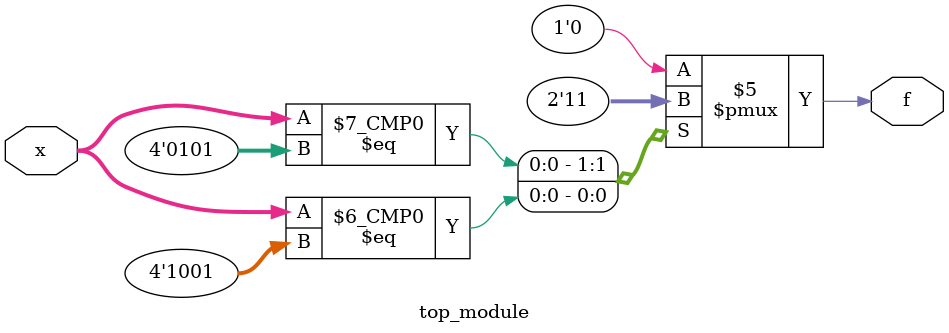
<source format=sv>
module top_module (
    input [4:1] x,
    output logic f
);

    always_comb begin
        case (x)
            4'b00xx: f = 1'b0;
            4'b0100: f = 1'b0;
            4'b0101: f = 1'b1;
            4'b0110: f = 1'b0;
            4'b1001: f = 1'b1;
            4'b11xx: f = 1'b0;
            4'b1010: f = 1'b0;
           default: f = 1'b0;
        endcase
    end
endmodule

</source>
